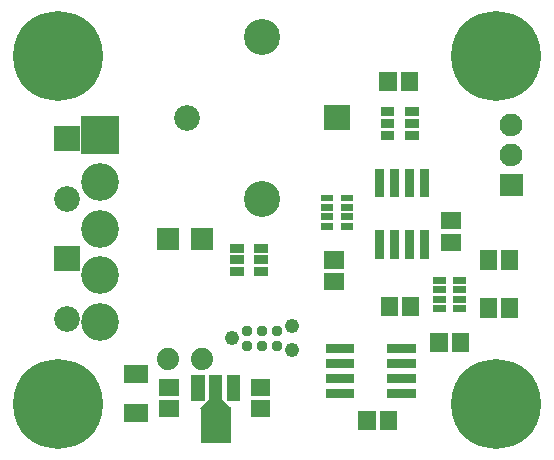
<source format=gbr>
G04 start of page 7 for group -4063 idx -4063 *
G04 Title: (unknown), componentmask *
G04 Creator: pcb 20140316 *
G04 CreationDate: Mon 29 Jan 2018 01:11:03 AM GMT UTC *
G04 For: railfan *
G04 Format: Gerber/RS-274X *
G04 PCB-Dimensions (mil): 1800.00 1500.00 *
G04 PCB-Coordinate-Origin: lower left *
%MOIN*%
%FSLAX25Y25*%
%LNTOPMASK*%
%ADD74C,0.0370*%
%ADD73R,0.0610X0.0610*%
%ADD72R,0.1005X0.1005*%
%ADD71R,0.0438X0.0438*%
%ADD70R,0.0572X0.0572*%
%ADD69R,0.0227X0.0227*%
%ADD68R,0.0300X0.0300*%
%ADD67C,0.0740*%
%ADD66C,0.1260*%
%ADD65C,0.0860*%
%ADD64C,0.0490*%
%ADD63C,0.0760*%
%ADD62C,0.2997*%
%ADD61C,0.1200*%
%ADD60C,0.0001*%
G54D60*G36*
X105700Y116800D02*Y108200D01*
X114300D01*
Y116800D01*
X105700D01*
G37*
G54D61*X85000Y85500D03*
Y139500D03*
G54D62*X163000Y133000D03*
G54D60*G36*
X164200Y93800D02*Y86200D01*
X171800D01*
Y93800D01*
X164200D01*
G37*
G54D63*X168000Y100000D03*
Y110000D03*
G54D62*X163000Y17000D03*
G54D64*X75000Y39000D03*
X95000Y43000D03*
Y35000D03*
G54D65*X60000Y112500D03*
G54D62*X17000Y133000D03*
G54D60*G36*
X24700Y113000D02*Y100400D01*
X37300D01*
Y113000D01*
X24700D01*
G37*
G54D66*X31000Y91100D03*
G54D60*G36*
X15700Y109800D02*Y101200D01*
X24300D01*
Y109800D01*
X15700D01*
G37*
G54D62*X17000Y17000D03*
G54D66*X31000Y75500D03*
Y59900D03*
Y44300D03*
G54D60*G36*
X15700Y69800D02*Y61200D01*
X24300D01*
Y69800D01*
X15700D01*
G37*
G54D65*X20000Y45500D03*
Y85500D03*
G54D60*G36*
X49800Y75700D02*Y68300D01*
X57200D01*
Y75700D01*
X49800D01*
G37*
G54D67*X53500Y32000D03*
X65000D03*
G54D60*G36*
X61300Y75700D02*Y68300D01*
X68700D01*
Y75700D01*
X61300D01*
G37*
G54D68*X75700Y69000D02*X77300D01*
X75700Y65100D02*X77300D01*
X75700Y61200D02*X77300D01*
X83900D02*X85500D01*
X83900Y65100D02*X85500D01*
X83900Y69000D02*X85500D01*
G54D69*X105717Y85724D02*X107587D01*
X112413D02*X114283D01*
X105717Y82575D02*X107587D01*
X105717Y79425D02*X107587D01*
X105717Y76276D02*X107587D01*
X112413D02*X114283D01*
X112413Y79425D02*X114283D01*
X112413Y82575D02*X114283D01*
G54D70*X108607Y57957D02*X109393D01*
X108607Y65043D02*X109393D01*
G54D71*X63594Y24405D02*Y20311D01*
G54D70*X53607Y22543D02*X54393D01*
G54D71*X75406Y24405D02*Y20311D01*
X69500Y24405D02*Y12595D01*
G54D72*Y10861D02*Y8971D01*
G54D60*G36*
X71385Y18850D02*X74649Y15586D01*
X72805Y13742D01*
X69541Y17006D01*
X71385Y18850D01*
G37*
G36*
X64351Y15586D02*X67615Y18850D01*
X69459Y17006D01*
X66195Y13742D01*
X64351Y15586D01*
G37*
G54D70*X53607Y15457D02*X54393D01*
G54D73*X42000Y14000D02*X44000D01*
X42000Y27000D02*X44000D01*
G54D68*X139000Y94000D02*Y87500D01*
G54D70*X147607Y78086D02*X148393D01*
G54D68*X134000Y94000D02*Y87500D01*
X129000Y94000D02*Y87500D01*
X124000Y94000D02*Y87500D01*
Y73500D02*Y67000D01*
X129000Y73500D02*Y67000D01*
X134000Y73500D02*Y67000D01*
G54D70*X134043Y124893D02*Y124107D01*
X126957Y124893D02*Y124107D01*
G54D68*X126000Y114400D02*X127600D01*
X134200D02*X135800D01*
X126000Y110500D02*X127600D01*
X126000Y106600D02*X127600D01*
X134200D02*X135800D01*
X134200Y110500D02*X135800D01*
X139000Y73500D02*Y67000D01*
G54D70*X147607Y71000D02*X148393D01*
G54D69*X149913Y48776D02*X151783D01*
X149913Y51925D02*X151783D01*
G54D70*X160457Y49393D02*Y48607D01*
X167543Y49393D02*Y48607D01*
G54D69*X149913Y55075D02*X151783D01*
X149913Y58224D02*X151783D01*
X143217D02*X145087D01*
X143217Y55075D02*X145087D01*
X143217Y51925D02*X145087D01*
X143217Y48776D02*X145087D01*
G54D70*X151043Y37893D02*Y37107D01*
X143957Y37893D02*Y37107D01*
X160457Y65393D02*Y64607D01*
X167543Y65393D02*Y64607D01*
G54D68*X128200Y20500D02*X134700D01*
X128200Y25500D02*X134700D01*
X128200Y30500D02*X134700D01*
X128200Y35500D02*X134700D01*
X107700D02*X114200D01*
X107700Y30500D02*X114200D01*
X107700Y25500D02*X114200D01*
X107700Y20500D02*X114200D01*
G54D70*X119957Y11893D02*Y11107D01*
X127043Y11893D02*Y11107D01*
X127457Y49893D02*Y49107D01*
X134543Y49893D02*Y49107D01*
X84107Y22543D02*X84893D01*
X84107Y15457D02*X84893D01*
G54D74*X80000Y36500D03*
Y41500D03*
X85000Y36500D03*
Y41500D03*
X90000Y36500D03*
Y41500D03*
M02*

</source>
